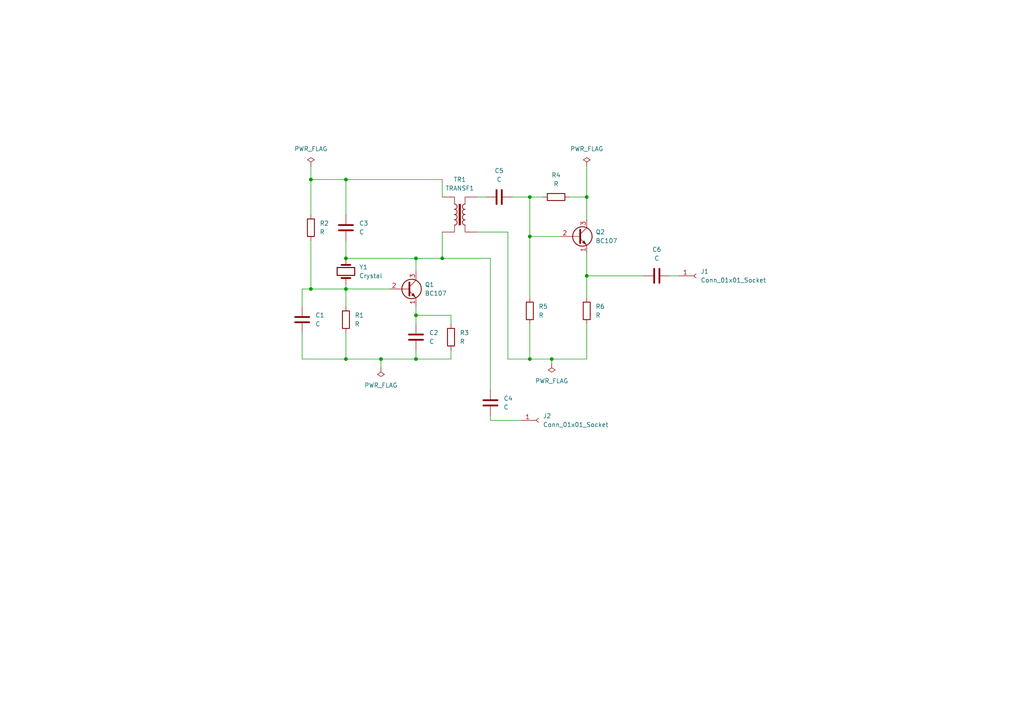
<source format=kicad_sch>
(kicad_sch (version 20250114) (generator "eeschema") (generator_version "9.0")
  (paper "A4")
  (lib_symbols
    (symbol "Connector:Conn_01x01_Socket" (pin_names (offset 1.016) (hide yes))
      (property "Reference" "J" (at 0 2.54 0))
      (property "Value" "Conn_01x01_Socket" (at 0 -2.54 0))
      (symbol "Conn_01x01_Socket_1_1"
        (polyline (pts (xy -1.27 0) (xy -0.508 0)) (stroke (width 0.1524)))
        (arc (start 0 -0.508) (mid -0.5058 0) (end 0 0.508) (stroke (width 0.1524)))
        (pin passive line (at -5.08 0 0) (length 3.81) (name "Pin_1") (number "1"))
      )
    )
    (symbol "Device:C" (pin_numbers (hide yes)) (pin_names (offset 0.254))
      (property "Reference" "C" (at 0.635 2.54 0))
      (property "Value" "C" (at 0.635 -2.54 0))
      (symbol "C_0_1"
        (polyline (pts (xy -2.032 0.762) (xy 2.032 0.762)) (stroke (width 0.508)))
        (polyline (pts (xy -2.032 -0.762) (xy 2.032 -0.762)) (stroke (width 0.508)))
      )
      (symbol "C_1_1"
        (pin passive line (at 0 3.81 270) (length 2.794) (name "~") (number "1"))
        (pin passive line (at 0 -3.81 90) (length 2.794) (name "~") (number "2"))
      )
    )
    (symbol "Device:Crystal" (pin_numbers (hide yes)) (pin_names (offset 1.016) (hide yes))
      (property "Reference" "Y" (at 0 3.81 0))
      (property "Value" "Crystal" (at 0 -3.81 0))
      (symbol "Crystal_0_1"
        (polyline (pts (xy -2.54 0) (xy -1.905 0)))
        (polyline (pts (xy -1.905 -1.27) (xy -1.905 1.27)) (stroke (width 0.508)))
        (rectangle (start -1.143 2.54) (end 1.143 -2.54) (stroke (width 0.3048)))
        (polyline (pts (xy 1.905 -1.27) (xy 1.905 1.27)) (stroke (width 0.508)))
        (polyline (pts (xy 2.54 0) (xy 1.905 0)))
      )
      (symbol "Crystal_1_1"
        (pin passive line (at -3.81 0 0) (length 1.27) (name "1") (number "1"))
        (pin passive line (at 3.81 0 180) (length 1.27) (name "2") (number "2"))
      )
    )
    (symbol "Device:R" (pin_numbers (hide yes)) (pin_names (offset 0))
      (property "Reference" "R" (at 2.032 0 90))
      (property "Value" "R" (at 0 0 90))
      (symbol "R_0_1"
        (rectangle (start -1.016 -2.54) (end 1.016 2.54) (stroke (width 0.254)))
      )
      (symbol "R_1_1"
        (pin passive line (at 0 3.81 270) (length 1.27) (name "~") (number "1"))
        (pin passive line (at 0 -3.81 90) (length 1.27) (name "~") (number "2"))
      )
    )
    (symbol "Transformer:TRANSF1" (pin_numbers (hide yes)) (pin_names (offset 0))
      (property "Reference" "TR" (at 0 6.35 0))
      (property "Value" "TRANSF1" (at 0 -6.35 0))
      (symbol "TRANSF1_0_1"
        (polyline (pts (xy -2.54 5.08) (xy -1.524 5.08) (xy -1.524 3.048) (xy -1.524 3.048)) (stroke (width 0.1524)))
        (arc (start -1.524 3.048) (mid -0.7653 2.286) (end -1.524 1.524) (stroke (width 0.2032)))
        (arc (start -1.524 1.524) (mid -0.7653 0.762) (end -1.524 0) (stroke (width 0.2032)))
        (arc (start -1.524 0) (mid -0.7653 -0.762) (end -1.524 -1.524) (stroke (width 0.2032)))
        (arc (start -1.524 -1.524) (mid -0.7653 -2.286) (end -1.524 -3.048) (stroke (width 0.2032)))
        (polyline (pts (xy -1.524 -3.048) (xy -1.524 -5.08) (xy -2.54 -5.08) (xy -2.54 -5.08)) (stroke (width 0.1524)))
        (rectangle (start -0.254 3.048) (end 0.254 -3.048) (stroke (width 0.0254)) (fill (type outline)))
        (polyline (pts (xy 1.524 3.048) (xy 1.524 5.08) (xy 2.54 5.08) (xy 2.54 5.08)) (stroke (width 0.1524)))
        (arc (start 1.524 1.524) (mid 0.7653 2.286) (end 1.524 3.048) (stroke (width 0.2032)))
        (arc (start 1.524 0) (mid 0.7653 0.762) (end 1.524 1.524) (stroke (width 0.2032)))
        (arc (start 1.524 -1.524) (mid 0.7653 -0.762) (end 1.524 0) (stroke (width 0.2032)))
        (arc (start 1.524 -3.048) (mid 0.7653 -2.286) (end 1.524 -1.524) (stroke (width 0.2032)))
        (polyline (pts (xy 2.54 -5.08) (xy 1.524 -5.08) (xy 1.524 -3.048) (xy 1.524 -3.048)) (stroke (width 0.1524)))
      )
      (symbol "TRANSF1_1_1"
        (pin passive line (at -5.08 5.08 0) (length 2.54) (name "~") (number "1"))
        (pin passive line (at -5.08 -5.08 0) (length 2.54) (name "~") (number "2"))
        (pin passive line (at 5.08 5.08 180) (length 2.54) (name "~") (number "4"))
        (pin passive line (at 5.08 -5.08 180) (length 2.54) (name "~") (number "3"))
      )
    )
    (symbol "Transistor_BJT:BC107" (pin_names (offset 0) (hide yes))
      (property "Reference" "Q" (at 5.08 1.905 0))
      (property "Value" "BC107" (at 5.08 0 0))
      (symbol "BC107_0_1"
        (polyline (pts (xy -2.54 0) (xy 0.635 0)))
        (polyline (pts (xy 0.635 1.905) (xy 0.635 -1.905)) (stroke (width 0.508)))
        (circle (center 1.27 0) (radius 2.8194) (stroke (width 0.254)))
      )
      (symbol "BC107_1_1"
        (polyline (pts (xy 0.635 0.635) (xy 2.54 2.54)))
        (polyline (pts (xy 0.635 -0.635) (xy 2.54 -2.54)))
        (polyline (pts (xy 1.27 -1.778) (xy 1.778 -1.27) (xy 2.286 -2.286) (xy 1.27 -1.778)) (fill (type outline)))
        (pin input line (at -5.08 0 0) (length 2.54) (name "B") (number "2"))
        (pin passive line (at 2.54 5.08 270) (length 2.54) (name "C") (number "3"))
        (pin passive line (at 2.54 -5.08 90) (length 2.54) (name "E") (number "1"))
      )
    )
    (symbol "power:PWR_FLAG" (power) (pin_numbers (hide yes)) (pin_names (offset 0) (hide yes))
      (property "Value" "PWR_FLAG" (at 0 3.81 0))
      (symbol "PWR_FLAG_0_0"
        (pin power_out line (at 0 0 90) (length 0) (name "~") (number "1"))
      )
      (symbol "PWR_FLAG_0_1"
        (polyline (pts (xy 0 0) (xy 0 1.27) (xy -1.016 1.905) (xy 0 2.54) (xy 1.016 1.905) (xy 0 1.27)))
      )
    )
  )
  (junction (at 153.67 57.15))
  (junction (at 170.18 57.15))
  (junction (at 100.33 83.82))
  (junction (at 120.65 104.14))
  (junction (at 100.33 104.14))
  (junction (at 170.18 80.01))
  (junction (at 128.27 74.93))
  (junction (at 90.17 83.82))
  (junction (at 120.65 91.44))
  (junction (at 110.49 104.14))
  (junction (at 153.67 68.58))
  (junction (at 90.17 52.07))
  (junction (at 100.33 74.93))
  (junction (at 120.65 74.93))
  (junction (at 160.02 104.14))
  (junction (at 153.67 104.14))
  (junction (at 100.33 52.07))
  (wire (pts (xy 90.17 52.07) (xy 100.33 52.07)))
  (wire (pts (xy 153.67 68.58) (xy 162.56 68.58)))
  (wire (pts (xy 87.63 104.14) (xy 100.33 104.14)))
  (wire (pts (xy 110.49 104.14) (xy 120.65 104.14)))
  (wire (pts (xy 170.18 57.15) (xy 170.18 63.5)))
  (wire (pts (xy 165.1 57.15) (xy 170.18 57.15)))
  (wire (pts (xy 194.31 80.01) (xy 196.85 80.01)))
  (wire (pts (xy 100.33 74.93) (xy 120.65 74.93)))
  (wire (pts (xy 110.49 104.14) (xy 110.49 106.68)))
  (wire (pts (xy 151.13 121.92) (xy 142.24 121.92)))
  (wire (pts (xy 87.63 88.9) (xy 87.63 83.82)))
  (wire (pts (xy 128.27 74.93) (xy 142.24 74.93)))
  (wire (pts (xy 138.43 57.15) (xy 140.97 57.15)))
  (wire (pts (xy 100.33 96.52) (xy 100.33 104.14)))
  (wire (pts (xy 170.18 80.01) (xy 186.69 80.01)))
  (wire (pts (xy 120.65 88.9) (xy 120.65 91.44)))
  (wire (pts (xy 120.65 101.6) (xy 120.65 104.14)))
  (wire (pts (xy 100.33 52.07) (xy 128.27 52.07)))
  (wire (pts (xy 170.18 80.01) (xy 170.18 86.36)))
  (wire (pts (xy 90.17 52.07) (xy 90.17 62.23)))
  (wire (pts (xy 160.02 104.14) (xy 170.18 104.14)))
  (wire (pts (xy 153.67 57.15) (xy 157.48 57.15)))
  (wire (pts (xy 87.63 96.52) (xy 87.63 104.14)))
  (wire (pts (xy 148.59 57.15) (xy 153.67 57.15)))
  (wire (pts (xy 153.67 104.14) (xy 160.02 104.14)))
  (wire (pts (xy 170.18 48.26) (xy 170.18 57.15)))
  (wire (pts (xy 147.32 104.14) (xy 147.32 67.31)))
  (wire (pts (xy 153.67 93.98) (xy 153.67 104.14)))
  (wire (pts (xy 100.33 104.14) (xy 110.49 104.14)))
  (wire (pts (xy 142.24 121.92) (xy 142.24 120.65)))
  (wire (pts (xy 90.17 83.82) (xy 100.33 83.82)))
  (wire (pts (xy 130.81 101.6) (xy 130.81 104.14)))
  (wire (pts (xy 147.32 67.31) (xy 138.43 67.31)))
  (wire (pts (xy 87.63 83.82) (xy 90.17 83.82)))
  (wire (pts (xy 153.67 68.58) (xy 153.67 57.15)))
  (wire (pts (xy 160.02 104.14) (xy 160.02 105.41)))
  (wire (pts (xy 130.81 91.44) (xy 130.81 93.98)))
  (wire (pts (xy 120.65 91.44) (xy 130.81 91.44)))
  (wire (pts (xy 170.18 93.98) (xy 170.18 104.14)))
  (wire (pts (xy 128.27 52.07) (xy 128.27 57.15)))
  (wire (pts (xy 90.17 69.85) (xy 90.17 83.82)))
  (wire (pts (xy 120.65 74.93) (xy 128.27 74.93)))
  (wire (pts (xy 153.67 104.14) (xy 147.32 104.14)))
  (wire (pts (xy 100.33 83.82) (xy 100.33 82.55)))
  (wire (pts (xy 170.18 73.66) (xy 170.18 80.01)))
  (wire (pts (xy 142.24 113.03) (xy 142.24 74.93)))
  (wire (pts (xy 120.65 93.98) (xy 120.65 91.44)))
  (wire (pts (xy 128.27 67.31) (xy 128.27 74.93)))
  (wire (pts (xy 100.33 83.82) (xy 100.33 88.9)))
  (wire (pts (xy 100.33 74.93) (xy 100.33 69.85)))
  (wire (pts (xy 100.33 62.23) (xy 100.33 52.07)))
  (wire (pts (xy 90.17 48.26) (xy 90.17 52.07)))
  (wire (pts (xy 120.65 74.93) (xy 120.65 78.74)))
  (wire (pts (xy 100.33 83.82) (xy 113.03 83.82)))
  (wire (pts (xy 120.65 104.14) (xy 130.81 104.14)))
  (wire (pts (xy 153.67 68.58) (xy 153.67 86.36)))
  (symbol (lib_id "Device:C") (at 120.65 97.79 0) (unit 1)
    (property "Reference" "C2" (at 124.46 96.5199 0) (effects (justify left)))
    (property "Value" "C" (at 124.46 99.0599 0) (effects (justify left)))
    (property "Footprint" "Capacitor_THT:CP_Axial_L10.0mm_D4.5mm_P15.00mm_Horizontal" (effects (hide yes)))
    (property "Description" "Unpolarized capacitor" (effects (hide yes)))
  )
  (symbol (lib_id "Connector:Conn_01x01_Socket") (at 156.21 121.92 0) (unit 1)
    (property "Reference" "J2" (at 157.48 120.6499 0) (effects (justify left)))
    (property "Value" "Conn_01x01_Socket" (at 157.48 123.1899 0) (effects (justify left)))
    (property "Footprint" "Connector_Pin:Pin_D0.7mm_L6.5mm_W1.8mm_FlatFork" (effects (hide yes)))
    (property "Description" "Generic connector, single row, 01x01, script generated" (effects (hide yes)))
  )
  (symbol (lib_id "Transistor_BJT:BC107") (at 167.64 68.58 0) (unit 1)
    (property "Reference" "Q2" (at 172.72 67.3099 0) (effects (justify left)))
    (property "Value" "BC107" (at 172.72 69.8499 0) (effects (justify left)))
    (property "Footprint" "Package_TO_SOT_THT:TO-18-3" (effects (hide yes)))
    (property "Datasheet" "http://www.b-kainka.de/Daten/Transistor/BC108.pdf" (effects (hide yes)))
    (property "Description" "0.1A Ic, 50V Vce, Low Noise General Purpose NPN Transistor, TO-18" (effects (hide yes)))
  )
  (symbol (lib_id "Device:C") (at 100.33 66.04 0) (unit 1)
    (property "Reference" "C3" (at 104.14 64.7699 0) (effects (justify left)))
    (property "Value" "C" (at 104.14 67.3099 0) (effects (justify left)))
    (property "Footprint" "Capacitor_THT:CP_Axial_L10.0mm_D4.5mm_P15.00mm_Horizontal" (effects (hide yes)))
    (property "Description" "Unpolarized capacitor" (effects (hide yes)))
  )
  (symbol (lib_id "Device:R") (at 153.67 90.17 0) (unit 1)
    (property "Reference" "R5" (at 156.21 88.8999 0) (effects (justify left)))
    (property "Value" "R" (at 156.21 91.4399 0) (effects (justify left)))
    (property "Footprint" "Resistor_THT:R_Axial_DIN0204_L3.6mm_D1.6mm_P1.90mm_Vertical" (effects (hide yes)))
    (property "Description" "Resistor" (effects (hide yes)))
  )
  (symbol (lib_id "Device:C") (at 190.5 80.01 270) (unit 1)
    (property "Reference" "C6" (at 190.5 72.39 90))
    (property "Value" "C" (at 190.5 74.93 90))
    (property "Footprint" "Capacitor_THT:CP_Axial_L10.0mm_D4.5mm_P15.00mm_Horizontal" (effects (hide yes)))
    (property "Description" "Unpolarized capacitor" (effects (hide yes)))
  )
  (symbol (lib_id "power:PWR_FLAG") (at 160.02 105.41 180) (unit 1)
    (property "Reference" "#FLG04" (effects (hide yes)))
    (property "Value" "PWR_FLAG" (at 160.02 110.49 0))
    (property "Description" "Special symbol for telling ERC where power comes from" (effects (hide yes)))
  )
  (symbol (lib_id "Transistor_BJT:BC107") (at 118.11 83.82 0) (unit 1)
    (property "Reference" "Q1" (at 123.19 82.5499 0) (effects (justify left)))
    (property "Value" "BC107" (at 123.19 85.0899 0) (effects (justify left)))
    (property "Footprint" "Package_TO_SOT_THT:TO-18-3" (effects (hide yes)))
    (property "Datasheet" "http://www.b-kainka.de/Daten/Transistor/BC108.pdf" (effects (hide yes)))
    (property "Description" "0.1A Ic, 50V Vce, Low Noise General Purpose NPN Transistor, TO-18" (effects (hide yes)))
  )
  (symbol (lib_id "Device:C") (at 142.24 116.84 180) (unit 1)
    (property "Reference" "C4" (at 146.05 115.5699 0) (effects (justify right)))
    (property "Value" "C" (at 146.05 118.1099 0) (effects (justify right)))
    (property "Footprint" "Capacitor_THT:CP_Axial_L10.0mm_D4.5mm_P15.00mm_Horizontal" (effects (hide yes)))
    (property "Description" "Unpolarized capacitor" (effects (hide yes)))
  )
  (symbol (lib_id "Transformer:TRANSF1") (at 133.35 62.23 0) (unit 1)
    (property "Reference" "TR1" (at 133.35 52.07 0))
    (property "Value" "TRANSF1" (at 133.35 54.61 0))
    (property "Footprint" "Transformer_THT:Transformer_37x44" (effects (hide yes)))
  )
  (symbol (lib_id "Device:C") (at 144.78 57.15 90) (unit 1)
    (property "Reference" "C5" (at 144.78 49.53 90))
    (property "Value" "C" (at 144.78 52.07 90))
    (property "Footprint" "Capacitor_THT:CP_Axial_L10.0mm_D4.5mm_P15.00mm_Horizontal" (effects (hide yes)))
    (property "Description" "Unpolarized capacitor" (effects (hide yes)))
  )
  (symbol (lib_id "power:PWR_FLAG") (at 90.17 48.26 0) (unit 1)
    (property "Reference" "#FLG01" (effects (hide yes)))
    (property "Value" "PWR_FLAG" (at 90.17 43.18 0))
    (property "Description" "Special symbol for telling ERC where power comes from" (effects (hide yes)))
  )
  (symbol (lib_id "Device:R") (at 170.18 90.17 0) (unit 1)
    (property "Reference" "R6" (at 172.72 88.8999 0) (effects (justify left)))
    (property "Value" "R" (at 172.72 91.4399 0) (effects (justify left)))
    (property "Footprint" "Resistor_THT:R_Axial_DIN0204_L3.6mm_D1.6mm_P1.90mm_Vertical" (effects (hide yes)))
    (property "Description" "Resistor" (effects (hide yes)))
  )
  (symbol (lib_id "power:PWR_FLAG") (at 170.18 48.26 0) (unit 1)
    (property "Reference" "#FLG02" (effects (hide yes)))
    (property "Value" "PWR_FLAG" (at 170.18 43.18 0))
    (property "Description" "Special symbol for telling ERC where power comes from" (effects (hide yes)))
  )
  (symbol (lib_id "power:PWR_FLAG") (at 110.49 106.68 180) (unit 1)
    (property "Reference" "#FLG03" (effects (hide yes)))
    (property "Value" "PWR_FLAG" (at 110.49 111.76 0))
    (property "Description" "Special symbol for telling ERC where power comes from" (effects (hide yes)))
  )
  (symbol (lib_id "Device:C") (at 87.63 92.71 0) (unit 1)
    (property "Reference" "C1" (at 91.44 91.4399 0) (effects (justify left)))
    (property "Value" "C" (at 91.44 93.9799 0) (effects (justify left)))
    (property "Footprint" "Capacitor_THT:CP_Axial_L10.0mm_D4.5mm_P15.00mm_Horizontal" (effects (hide yes)))
    (property "Description" "Unpolarized capacitor" (effects (hide yes)))
  )
  (symbol (lib_id "Device:R") (at 161.29 57.15 90) (unit 1)
    (property "Reference" "R4" (at 161.29 50.8 90))
    (property "Value" "R" (at 161.29 53.34 90))
    (property "Footprint" "Resistor_THT:R_Axial_DIN0204_L3.6mm_D1.6mm_P1.90mm_Vertical" (effects (hide yes)))
    (property "Description" "Resistor" (effects (hide yes)))
  )
  (symbol (lib_id "Device:R") (at 130.81 97.79 0) (unit 1)
    (property "Reference" "R3" (at 133.35 96.5199 0) (effects (justify left)))
    (property "Value" "R" (at 133.35 99.0599 0) (effects (justify left)))
    (property "Footprint" "Resistor_THT:R_Axial_DIN0204_L3.6mm_D1.6mm_P1.90mm_Vertical" (effects (hide yes)))
    (property "Description" "Resistor" (effects (hide yes)))
  )
  (symbol (lib_id "Device:Crystal") (at 100.33 78.74 90) (unit 1)
    (property "Reference" "Y1" (at 104.14 77.4699 90) (effects (justify right)))
    (property "Value" "Crystal" (at 104.14 80.0099 90) (effects (justify right)))
    (property "Footprint" "Crystal:Crystal_AT310_D3.0mm_L10.0mm_Horizontal" (effects (hide yes)))
    (property "Description" "Two pin crystal" (effects (hide yes)))
  )
  (symbol (lib_id "Connector:Conn_01x01_Socket") (at 201.93 80.01 0) (unit 1)
    (property "Reference" "J1" (at 203.2 78.7399 0) (effects (justify left)))
    (property "Value" "Conn_01x01_Socket" (at 203.2 81.2799 0) (effects (justify left)))
    (property "Footprint" "Connector_Pin:Pin_D0.7mm_L6.5mm_W1.8mm_FlatFork" (effects (hide yes)))
    (property "Description" "Generic connector, single row, 01x01, script generated" (effects (hide yes)))
  )
  (symbol (lib_id "Device:R") (at 100.33 92.71 0) (unit 1)
    (property "Reference" "R1" (at 102.87 91.4399 0) (effects (justify left)))
    (property "Value" "R" (at 102.87 93.9799 0) (effects (justify left)))
    (property "Footprint" "Resistor_THT:R_Axial_DIN0204_L3.6mm_D1.6mm_P1.90mm_Vertical" (effects (hide yes)))
    (property "Description" "Resistor" (effects (hide yes)))
  )
  (symbol (lib_id "Device:R") (at 90.17 66.04 0) (unit 1)
    (property "Reference" "R2" (at 92.71 64.7699 0) (effects (justify left)))
    (property "Value" "R" (at 92.71 67.3099 0) (effects (justify left)))
    (property "Footprint" "Resistor_THT:R_Axial_DIN0204_L3.6mm_D1.6mm_P1.90mm_Vertical" (effects (hide yes)))
    (property "Description" "Resistor" (effects (hide yes)))
  )
)
</source>
